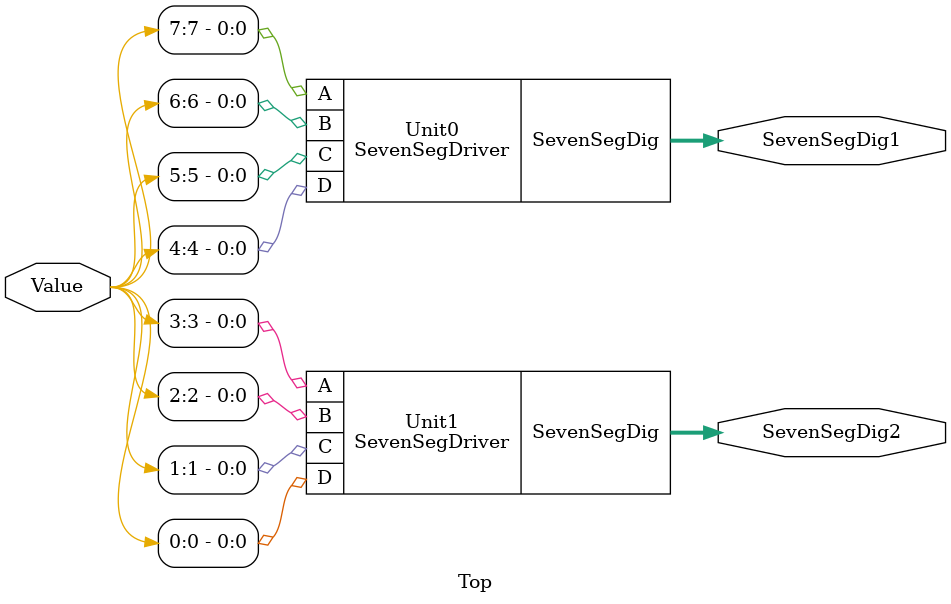
<source format=v>
module SevenSegDriver(
    input wire A, B, C, D,
    output reg [7:0] SevenSegDig
);

always @(A,B,C,D) begin
    case ({A,B,C,D})
        4'b0000: SevenSegDig = 8'b00111111; // Display 0
        4'b0001: SevenSegDig = 8'b00000110; // Display 1
        4'b0010: SevenSegDig = 8'b01011011; // Display 2
        4'b0011: SevenSegDig = 8'b01001111; // Display 3
        4'b0100: SevenSegDig = 8'b01100110; // Display 4
        4'b0101: SevenSegDig = 8'b01101101; // Display 5
        4'b0110: SevenSegDig = 8'b01111101; // Display 6
        4'b0111: SevenSegDig = 8'b00000111; // Display 7
        4'b1000: SevenSegDig = 8'b01111111; // Display 8
        4'b1001: SevenSegDig = 8'b01101111; // Display 9
        4'b1010: SevenSegDig = 8'b01110111; // Display A
        4'b1011: SevenSegDig = 8'b01111100; // Display B
        4'b1100: SevenSegDig = 8'b00111001; // Display C
        4'b1101: SevenSegDig = 8'b01011110; // Display D
        4'b1110: SevenSegDig = 8'b01111001; // Display E
        4'b1111: SevenSegDig = 8'b01110001; // Display F
    endcase
end

endmodule


module Top(
    input [7:0] Value,
    output [7:0] SevenSegDig1,
    output [7:0] SevenSegDig2
);

SevenSegDriver Unit0(Value[7], Value[6], Value[5], Value[4], SevenSegDig1);
SevenSegDriver Unit1(Value[3], Value[2], Value[1], Value[0], SevenSegDig2);

endmodule

</source>
